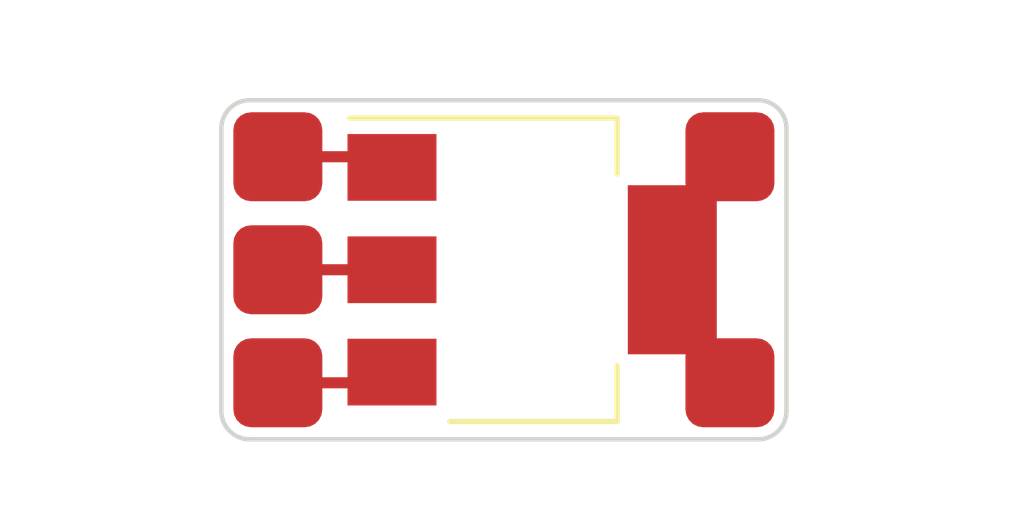
<source format=kicad_pcb>
(kicad_pcb (version 20221018) (generator pcbnew)
  (layers (0 "F.Cu" signal) (31 "B.Cu" signal) (34 "B.Paste" user) (35 "F.Paste" user) (36 "B.SilkS" user "B.Silkscreen") (37 "F.SilkS" user "F.Silkscreen") (38 "B.Mask" user) (39 "F.Mask" user) (44 "Edge.Cuts" user))
  (net 0 "")
  (net 1 "Net-(J1-Pin_1)")
  (net 2 "Net-(J2-Pin_1)")
  (net 3 "Net-(J3-Pin_1)")
  (footprint "CustSymbols:ManhattanPad" (layer "F.Cu") (at 152.4 93.98)
    (fp_text reference "J1" hide)
    (fp_text value "Conn_01x01_Pin")
    (pad "1" smd roundrect (at 0 0) (size 2 2) (layers "F.Cu" "F.Paste" "F.Mask") (roundrect_rratio 0.2) (net 1 "Net-(J1-Pin_1)"))
  )
  (footprint "" (layer "F.Cu") (at 162.56 99.06)
    (fp_text reference "" (at 0 0) (layer "F.SilkS") (effects (font (size 1.27 1.27))))
    (fp_text value "" (at 0 0) (layer "F.SilkS") (effects (font (size 1.27 1.27))))
    (pad "1" smd roundrect (at 0 0) (size 2 2) (layers "F.Cu" "F.Paste" "F.Mask") (roundrect_rratio 0.2) (net 3 "Net-(J3-Pin_1)"))
  )
  (footprint "Package_TO_SOT_SMD:SOT-223-3_TabPin2" (layer "F.Cu") (at 158.115 96.52)
    (fp_text reference "U1" hide)
    (fp_text value "LT1129-3.3_SOT223")
    (fp_line (start -4.1 -3.41) (end 1.91 -3.41) (stroke (width 0.12)) (layer "F.SilkS"))
    (fp_line (start -1.85 3.41) (end 1.91 3.41) (stroke (width 0.12)) (layer "F.SilkS"))
    (fp_line (start 1.91 -3.41) (end 1.91 -2.15) (stroke (width 0.12)) (layer "F.SilkS"))
    (fp_line (start 1.91 3.41) (end 1.91 2.15) (stroke (width 0.12)) (layer "F.SilkS"))
    (pad "1" smd rect (at -3.15 -2.3) (size 2 1.5) (layers "F.Cu" "F.Paste" "F.Mask") (net 1 "Net-(J1-Pin_1)"))
    (pad "2" smd rect (at -3.15 0) (size 2 1.5) (layers "F.Cu" "F.Paste" "F.Mask") (net 3 "Net-(J3-Pin_1)"))
    (pad "2" smd rect (at 3.15 0) (size 2 3.8) (layers "F.Cu" "F.Paste" "F.Mask") (net 3 "Net-(J3-Pin_1)"))
    (pad "3" smd rect (at -3.15 2.3) (size 2 1.5) (layers "F.Cu" "F.Paste" "F.Mask") (net 2 "Net-(J2-Pin_1)"))
  )
  (footprint "CustSymbols:ManhattanPad" (layer "F.Cu") (at 152.4 99.06)
    (fp_text reference "J2" hide)
    (fp_text value "Conn_01x01_Pin")
    (pad "1" smd roundrect (at 0 0) (size 2 2) (layers "F.Cu" "F.Paste" "F.Mask") (roundrect_rratio 0.2) (net 2 "Net-(J2-Pin_1)"))
  )
  (footprint "CustSymbols:ManhattanPad" (layer "F.Cu") (at 152.4 96.52)
    (fp_text reference "J3" hide)
    (fp_text value "Conn_01x01_Pin" hide)
    (pad "1" smd roundrect (at 0 0) (size 2 2) (layers "F.Cu" "F.Paste" "F.Mask") (roundrect_rratio 0.2) (net 3 "Net-(J3-Pin_1)"))
  )
  (footprint "CustSymbols:ManhattanPad" (layer "F.Cu") (at 162.56 93.98)
    (fp_text reference "J4" hide)
    (fp_text value "Conn_01x01_Pin" hide)
    (pad "1" smd roundrect (at 0 0) (size 2 2) (layers "F.Cu" "F.Paste" "F.Mask") (roundrect_rratio 0.2) (net 3 "Net-(J3-Pin_1)"))
  )
  (gr_line (start 151.765 100.33) (end 163.195 100.33) (stroke (width 0.1)) (layer "Edge.Cuts"))
  (gr_line (start 163.195 92.71) (end 151.765 92.71) (stroke (width 0.1)) (layer "Edge.Cuts"))
  (gr_arc (start 151.765 100.33) (mid 151.315987 100.144013) (end 151.13 99.695) (stroke (width 0.1)) (layer "Edge.Cuts"))
  (gr_line (start 151.13 99.695) (end 151.13 93.345) (stroke (width 0.1)) (layer "Edge.Cuts"))
  (gr_arc (start 163.83 99.695) (mid 163.644013 100.144013) (end 163.195 100.33) (stroke (width 0.1)) (layer "Edge.Cuts"))
  (gr_line (start 163.83 99.695) (end 163.83 93.345) (stroke (width 0.1)) (layer "Edge.Cuts"))
  (gr_arc (start 151.13 93.345) (mid 151.315988 92.895988) (end 151.765 92.71) (stroke (width 0.1)) (layer "Edge.Cuts"))
  (gr_arc (start 163.195 92.71) (mid 163.644012 92.895988) (end 163.83 93.345) (stroke (width 0.1)) (layer "Edge.Cuts"))
  (segment (start 154.725 93.98) (end 154.965 94.22) (width 0.25) (layer "F.Cu") (net 1))
  (segment (start 152.4 93.98) (end 154.725 93.98) (width 0.25) (layer "F.Cu") (net 1))
  (segment (start 152.4 99.06) (end 154.725 99.06) (width 0.25) (layer "F.Cu") (net 2))
  (segment (start 154.725 99.06) (end 154.965 98.82) (width 0.25) (layer "F.Cu") (net 2))
  (segment (start 154.965 96.52) (end 152.4 96.52) (width 0.25) (layer "F.Cu") (net 3))
)
</source>
